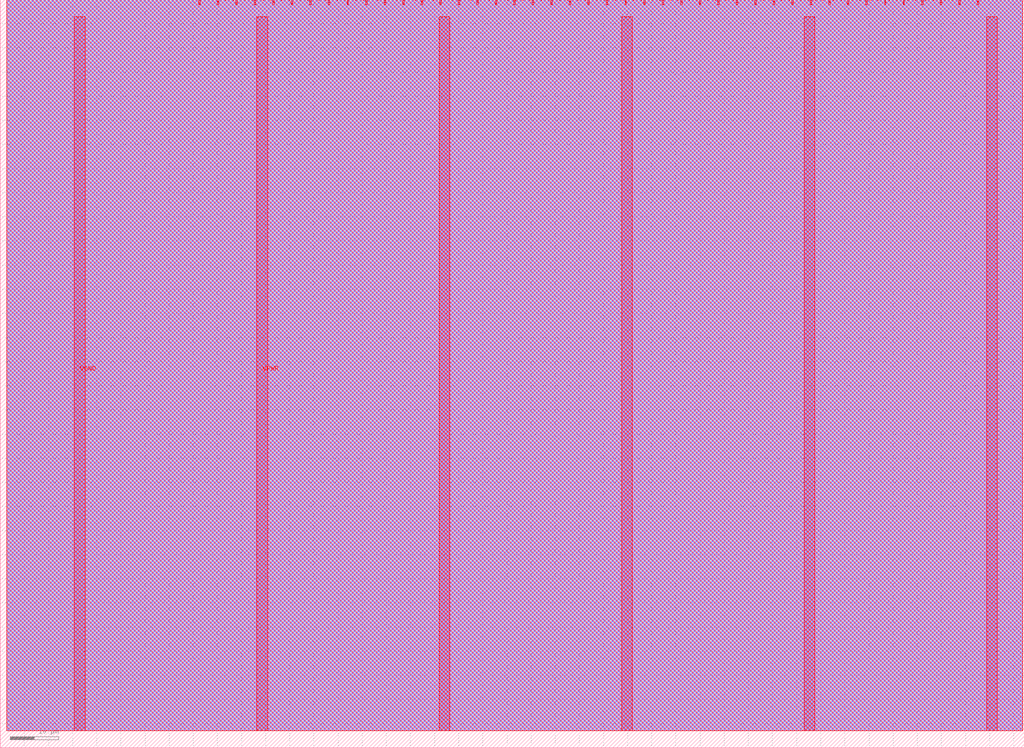
<source format=lef>
VERSION 5.8 ;
BUSBITCHARS "[]" ;
DIVIDERCHAR "/" ;
UNITS
    DATABASE MICRONS 1000 ;
END UNITS

VIA tt_um_rebeccargb_intercal_alu_via1_2_2200_440_1_5_410_410
  VIARULE via1Array ;
  CUTSIZE 0.19 0.19 ;
  LAYERS Metal1 Via1 Metal2 ;
  CUTSPACING 0.22 0.22 ;
  ENCLOSURE 0.01 0.125 0.05 0.005 ;
  ROWCOL 1 5 ;
END tt_um_rebeccargb_intercal_alu_via1_2_2200_440_1_5_410_410

VIA tt_um_rebeccargb_intercal_alu_via2_3_2200_440_1_5_410_410
  VIARULE via2Array ;
  CUTSIZE 0.19 0.19 ;
  LAYERS Metal2 Via2 Metal3 ;
  CUTSPACING 0.22 0.22 ;
  ENCLOSURE 0.05 0.005 0.005 0.05 ;
  ROWCOL 1 5 ;
END tt_um_rebeccargb_intercal_alu_via2_3_2200_440_1_5_410_410

VIA tt_um_rebeccargb_intercal_alu_via3_4_2200_440_1_5_410_410
  VIARULE via3Array ;
  CUTSIZE 0.19 0.19 ;
  LAYERS Metal3 Via3 Metal4 ;
  CUTSPACING 0.22 0.22 ;
  ENCLOSURE 0.005 0.05 0.05 0.005 ;
  ROWCOL 1 5 ;
END tt_um_rebeccargb_intercal_alu_via3_4_2200_440_1_5_410_410

VIA tt_um_rebeccargb_intercal_alu_via4_5_2200_440_1_5_410_410
  VIARULE via4Array ;
  CUTSIZE 0.19 0.19 ;
  LAYERS Metal4 Via4 Metal5 ;
  CUTSPACING 0.22 0.22 ;
  ENCLOSURE 0.05 0.005 0.185 0.05 ;
  ROWCOL 1 5 ;
END tt_um_rebeccargb_intercal_alu_via4_5_2200_440_1_5_410_410

MACRO tt_um_rebeccargb_intercal_alu
  FOREIGN tt_um_rebeccargb_intercal_alu 0 0 ;
  CLASS BLOCK ;
  SIZE 212.16 BY 154.98 ;
  PIN clk
    DIRECTION INPUT ;
    USE SIGNAL ;
    PORT
      LAYER Metal5 ;
        RECT  198.57 153.98 198.87 154.98 ;
    END
  END clk
  PIN ena
    DIRECTION INPUT ;
    USE SIGNAL ;
    PORT
      LAYER Metal5 ;
        RECT  202.41 153.98 202.71 154.98 ;
    END
  END ena
  PIN rst_n
    DIRECTION INPUT ;
    USE SIGNAL ;
    PORT
      LAYER Metal5 ;
        RECT  194.73 153.98 195.03 154.98 ;
    END
  END rst_n
  PIN ui_in[0]
    DIRECTION INPUT ;
    USE SIGNAL ;
    PORT
      LAYER Metal5 ;
        RECT  190.89 153.98 191.19 154.98 ;
    END
  END ui_in[0]
  PIN ui_in[1]
    DIRECTION INPUT ;
    USE SIGNAL ;
    PORT
      LAYER Metal5 ;
        RECT  187.05 153.98 187.35 154.98 ;
    END
  END ui_in[1]
  PIN ui_in[2]
    DIRECTION INPUT ;
    USE SIGNAL ;
    PORT
      LAYER Metal5 ;
        RECT  183.21 153.98 183.51 154.98 ;
    END
  END ui_in[2]
  PIN ui_in[3]
    DIRECTION INPUT ;
    USE SIGNAL ;
    PORT
      LAYER Metal5 ;
        RECT  179.37 153.98 179.67 154.98 ;
    END
  END ui_in[3]
  PIN ui_in[4]
    DIRECTION INPUT ;
    USE SIGNAL ;
    PORT
      LAYER Metal5 ;
        RECT  175.53 153.98 175.83 154.98 ;
    END
  END ui_in[4]
  PIN ui_in[5]
    DIRECTION INPUT ;
    USE SIGNAL ;
    PORT
      LAYER Metal5 ;
        RECT  171.69 153.98 171.99 154.98 ;
    END
  END ui_in[5]
  PIN ui_in[6]
    DIRECTION INPUT ;
    USE SIGNAL ;
    PORT
      LAYER Metal5 ;
        RECT  167.85 153.98 168.15 154.98 ;
    END
  END ui_in[6]
  PIN ui_in[7]
    DIRECTION INPUT ;
    USE SIGNAL ;
    PORT
      LAYER Metal5 ;
        RECT  164.01 153.98 164.31 154.98 ;
    END
  END ui_in[7]
  PIN uio_in[0]
    DIRECTION INPUT ;
    USE SIGNAL ;
    PORT
      LAYER Metal5 ;
        RECT  160.17 153.98 160.47 154.98 ;
    END
  END uio_in[0]
  PIN uio_in[1]
    DIRECTION INPUT ;
    USE SIGNAL ;
    PORT
      LAYER Metal5 ;
        RECT  156.33 153.98 156.63 154.98 ;
    END
  END uio_in[1]
  PIN uio_in[2]
    DIRECTION INPUT ;
    USE SIGNAL ;
    PORT
      LAYER Metal5 ;
        RECT  152.49 153.98 152.79 154.98 ;
    END
  END uio_in[2]
  PIN uio_in[3]
    DIRECTION INPUT ;
    USE SIGNAL ;
    PORT
      LAYER Metal5 ;
        RECT  148.65 153.98 148.95 154.98 ;
    END
  END uio_in[3]
  PIN uio_in[4]
    DIRECTION INPUT ;
    USE SIGNAL ;
    PORT
      LAYER Metal5 ;
        RECT  144.81 153.98 145.11 154.98 ;
    END
  END uio_in[4]
  PIN uio_in[5]
    DIRECTION INPUT ;
    USE SIGNAL ;
    PORT
      LAYER Metal5 ;
        RECT  140.97 153.98 141.27 154.98 ;
    END
  END uio_in[5]
  PIN uio_in[6]
    DIRECTION INPUT ;
    USE SIGNAL ;
    PORT
      LAYER Metal5 ;
        RECT  137.13 153.98 137.43 154.98 ;
    END
  END uio_in[6]
  PIN uio_in[7]
    DIRECTION INPUT ;
    USE SIGNAL ;
    PORT
      LAYER Metal5 ;
        RECT  133.29 153.98 133.59 154.98 ;
    END
  END uio_in[7]
  PIN uio_oe[0]
    DIRECTION OUTPUT ;
    USE SIGNAL ;
    PORT
      LAYER Metal5 ;
        RECT  68.01 153.98 68.31 154.98 ;
    END
  END uio_oe[0]
  PIN uio_oe[1]
    DIRECTION OUTPUT ;
    USE SIGNAL ;
    PORT
      LAYER Metal5 ;
        RECT  64.17 153.98 64.47 154.98 ;
    END
  END uio_oe[1]
  PIN uio_oe[2]
    DIRECTION OUTPUT ;
    USE SIGNAL ;
    PORT
      LAYER Metal5 ;
        RECT  60.33 153.98 60.63 154.98 ;
    END
  END uio_oe[2]
  PIN uio_oe[3]
    DIRECTION OUTPUT ;
    USE SIGNAL ;
    PORT
      LAYER Metal5 ;
        RECT  56.49 153.98 56.79 154.98 ;
    END
  END uio_oe[3]
  PIN uio_oe[4]
    DIRECTION OUTPUT ;
    USE SIGNAL ;
    PORT
      LAYER Metal5 ;
        RECT  52.65 153.98 52.95 154.98 ;
    END
  END uio_oe[4]
  PIN uio_oe[5]
    DIRECTION OUTPUT ;
    USE SIGNAL ;
    PORT
      LAYER Metal5 ;
        RECT  48.81 153.98 49.11 154.98 ;
    END
  END uio_oe[5]
  PIN uio_oe[6]
    DIRECTION OUTPUT ;
    USE SIGNAL ;
    PORT
      LAYER Metal5 ;
        RECT  44.97 153.98 45.27 154.98 ;
    END
  END uio_oe[6]
  PIN uio_oe[7]
    DIRECTION OUTPUT ;
    USE SIGNAL ;
    PORT
      LAYER Metal5 ;
        RECT  41.13 153.98 41.43 154.98 ;
    END
  END uio_oe[7]
  PIN uio_out[0]
    DIRECTION OUTPUT ;
    USE SIGNAL ;
    PORT
      LAYER Metal5 ;
        RECT  98.73 153.98 99.03 154.98 ;
    END
  END uio_out[0]
  PIN uio_out[1]
    DIRECTION OUTPUT ;
    USE SIGNAL ;
    PORT
      LAYER Metal5 ;
        RECT  94.89 153.98 95.19 154.98 ;
    END
  END uio_out[1]
  PIN uio_out[2]
    DIRECTION OUTPUT ;
    USE SIGNAL ;
    PORT
      LAYER Metal5 ;
        RECT  91.05 153.98 91.35 154.98 ;
    END
  END uio_out[2]
  PIN uio_out[3]
    DIRECTION OUTPUT ;
    USE SIGNAL ;
    PORT
      LAYER Metal5 ;
        RECT  87.21 153.98 87.51 154.98 ;
    END
  END uio_out[3]
  PIN uio_out[4]
    DIRECTION OUTPUT ;
    USE SIGNAL ;
    PORT
      LAYER Metal5 ;
        RECT  83.37 153.98 83.67 154.98 ;
    END
  END uio_out[4]
  PIN uio_out[5]
    DIRECTION OUTPUT ;
    USE SIGNAL ;
    PORT
      LAYER Metal5 ;
        RECT  79.53 153.98 79.83 154.98 ;
    END
  END uio_out[5]
  PIN uio_out[6]
    DIRECTION OUTPUT ;
    USE SIGNAL ;
    PORT
      LAYER Metal5 ;
        RECT  75.69 153.98 75.99 154.98 ;
    END
  END uio_out[6]
  PIN uio_out[7]
    DIRECTION OUTPUT ;
    USE SIGNAL ;
    PORT
      LAYER Metal5 ;
        RECT  71.85 153.98 72.15 154.98 ;
    END
  END uio_out[7]
  PIN uo_out[0]
    DIRECTION OUTPUT ;
    USE SIGNAL ;
    PORT
      LAYER Metal5 ;
        RECT  129.45 153.98 129.75 154.98 ;
    END
  END uo_out[0]
  PIN uo_out[1]
    DIRECTION OUTPUT ;
    USE SIGNAL ;
    PORT
      LAYER Metal5 ;
        RECT  125.61 153.98 125.91 154.98 ;
    END
  END uo_out[1]
  PIN uo_out[2]
    DIRECTION OUTPUT ;
    USE SIGNAL ;
    PORT
      LAYER Metal5 ;
        RECT  121.77 153.98 122.07 154.98 ;
    END
  END uo_out[2]
  PIN uo_out[3]
    DIRECTION OUTPUT ;
    USE SIGNAL ;
    PORT
      LAYER Metal5 ;
        RECT  117.93 153.98 118.23 154.98 ;
    END
  END uo_out[3]
  PIN uo_out[4]
    DIRECTION OUTPUT ;
    USE SIGNAL ;
    PORT
      LAYER Metal5 ;
        RECT  114.09 153.98 114.39 154.98 ;
    END
  END uo_out[4]
  PIN uo_out[5]
    DIRECTION OUTPUT ;
    USE SIGNAL ;
    PORT
      LAYER Metal5 ;
        RECT  110.25 153.98 110.55 154.98 ;
    END
  END uo_out[5]
  PIN uo_out[6]
    DIRECTION OUTPUT ;
    USE SIGNAL ;
    PORT
      LAYER Metal5 ;
        RECT  106.41 153.98 106.71 154.98 ;
    END
  END uo_out[6]
  PIN uo_out[7]
    DIRECTION OUTPUT ;
    USE SIGNAL ;
    PORT
      LAYER Metal5 ;
        RECT  102.57 153.98 102.87 154.98 ;
    END
  END uo_out[7]
  PIN VGND
    DIRECTION INOUT ;
    USE GROUND ;
    PORT
      LAYER Metal5 ;
        RECT  166.58 3.56 168.78 151.42 ;
        RECT  90.98 3.56 93.18 151.42 ;
        RECT  15.38 3.56 17.58 151.42 ;
    END
  END VGND
  PIN VPWR
    DIRECTION INOUT ;
    USE POWER ;
    PORT
      LAYER Metal5 ;
        RECT  204.38 3.56 206.58 151.42 ;
        RECT  128.78 3.56 130.98 151.42 ;
        RECT  53.18 3.56 55.38 151.42 ;
    END
  END VPWR
  OBS
    LAYER Metal1 ;
     RECT  1.295 3.56 211.825 154.98 ;
    LAYER Metal2 ;
     RECT  1.295 3.56 211.825 154.98 ;
    LAYER Metal3 ;
     RECT  1.295 3.56 211.825 154.98 ;
    LAYER Metal4 ;
     RECT  1.295 3.56 211.825 154.98 ;
    LAYER Metal5 ;
     RECT  1.295 3.56 211.825 154.98 ;
  END
END tt_um_rebeccargb_intercal_alu
END LIBRARY

</source>
